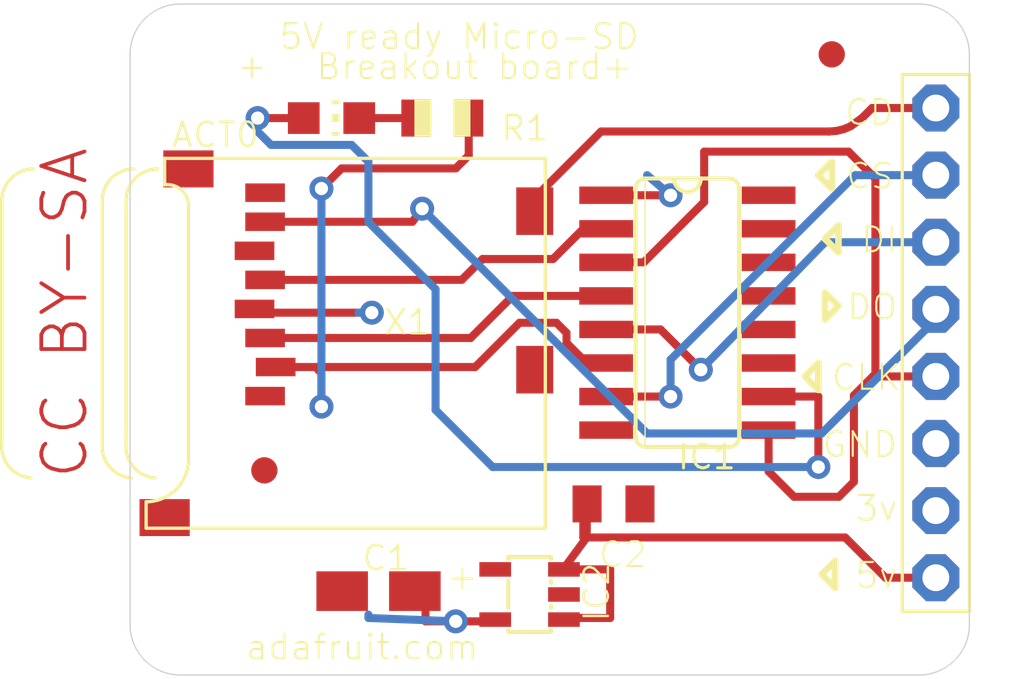
<source format=kicad_pcb>
(kicad_pcb (version 20211014) (generator pcbnew)
  (layers (0 "F.Cu" signal) (1 "In1.Cu" signal) (2 "In2.Cu" signal) (3 "In3.Cu" signal) (4 "In4.Cu" signal) (5 "In5.Cu" signal) (6 "In6.Cu" signal) (7 "In7.Cu" signal) (8 "In8.Cu" signal) (9 "In9.Cu" signal) (10 "In10.Cu" signal) (11 "In11.Cu" signal) (12 "In12.Cu" signal) (13 "In13.Cu" signal) (14 "In14.Cu" signal) (31 "B.Cu" signal) (34 "B.Paste" user) (35 "F.Paste" user) (36 "B.SilkS" user "B.Silkscreen") (37 "F.SilkS" user "F.Silkscreen") (38 "B.Mask" user) (39 "F.Mask" user) (44 "Edge.Cuts" user))
  (net 0 "")
  (net 1 "GND")
  (net 2 "+3V3")
  (net 3 "N$1")
  (net 4 "N$2")
  (net 5 "N$3")
  (net 6 "VCC")
  (net 7 "CD")
  (net 8 "DO")
  (net 9 "DI")
  (net 10 "CLK")
  (net 11 "CS")
  (net 12 "N$4")
  (net 13 "N$5")
  (footprint "boardEagle:A_3216-18R" (layer "F.Cu") (at 142.0241 114.5286)
    (fp_text reference "C1" (at -0.68 -1.254) (layer "F.SilkS") (effects (font (size 0.922528 0.922528) (thickness 0.093472)) (justify left)))
    (fp_text value "10uF/10V")
    (fp_text user "+" (at 2.54 0) (layer "F.SilkS") (effects (font (size 0.93472 0.93472) (thickness 0.08128)) (justify left bottom)))
    (pad "+" smd rect (at 1.375 0) (size 1.95 1.5) (layers "F.Cu" "F.Paste" "F.Mask") (net 2 "+3V3"))
    (pad "-" smd rect (at -1.375 0) (size 1.95 1.5) (layers "F.Cu" "F.Paste" "F.Mask") (net 1 "GND"))
  )
  (footprint "boardEagle:C0805K" (layer "F.Cu") (at 150.9141 111.2266)
    (fp_text reference "C2" (at -0.619 1.919) (layer "F.SilkS") (effects (font (size 0.941222 0.941222) (thickness 0.074778)) (justify left)))
    (fp_text value "0.1uF")
    (pad "1" smd rect (at -1 0) (size 1.1 1.4) (layers "F.Cu" "F.Paste" "F.Mask") (net 6 "VCC"))
    (pad "2" smd rect (at 1 0) (size 1.1 1.4) (layers "F.Cu" "F.Paste" "F.Mask") (net 1 "GND"))
  )
  (footprint "" (layer "F.Cu") (at 135.1661 94.8436)
    (fp_text reference "@HOLE0" hide)
    (fp_text value "" (at 0 0) (layer "F.SilkS") (effects (font (size 1.27 1.27))))
    (pad "" np_thru_hole circle (at 0 0) (size 2.2 2.2) (drill 2.2) (layers *.Cu *.Mask))
  )
  (footprint "boardEagle:CHIP-LED0805" (layer "F.Cu") (at 140.2461 96.6216 -90)
    (fp_text reference "ACT0" (at 0.635 6.096) (layer "F.SilkS") (effects (font (size 0.922528 0.922528) (thickness 0.093472)) (justify left)))
    (fp_text value "RED")
    (fp_text user "+" (at -1.27 2.54 -90) (layer "F.SilkS") (effects (font (size 0.93472 0.93472) (thickness 0.08128)) (justify left bottom)))
    (fp_poly (pts (xy 0.525 0) (xy 0.675 0) (xy 0.675 -0.3) (xy 0.525 -0.3)) (layer "F.SilkS") (width 0) (fill solid))
    (fp_poly (pts (xy -0.675 0) (xy -0.525 0) (xy -0.525 -0.3) (xy -0.675 -0.3)) (layer "F.SilkS") (width 0) (fill solid))
    (fp_poly (pts (xy -0.15 0) (xy 0.15 0) (xy 0.15 -0.3) (xy -0.15 -0.3)) (layer "F.SilkS") (width 0) (fill solid))
    (pad "A" smd rect (at 0 1.05 270) (size 1.2 1.2) (layers "F.Cu" "F.Paste" "F.Mask") (net 3 "N$1"))
    (pad "C" smd rect (at 0 -1.05 270) (size 1.2 1.2) (layers "F.Cu" "F.Paste" "F.Mask") (net 12 "N$4"))
  )
  (footprint "" (layer "F.Cu") (at 135.1661 115.1636)
    (fp_text reference "@HOLE1" hide)
    (fp_text value "" (at 0 0) (layer "F.SilkS") (effects (font (size 1.27 1.27))))
    (pad "" np_thru_hole circle (at 0 0) (size 2.2 2.2) (drill 2.2) (layers *.Cu *.Mask))
  )
  (footprint "boardEagle:SOT23-5L" (layer "F.Cu") (at 147.7391 114.6556 90)
    (fp_text reference "IC2" (at 1.27 2.54 90) (layer "F.SilkS") (effects (font (size 0.922528 0.922528) (thickness 0.093472)) (justify right)))
    (fp_text value "LP298XS")
    (fp_line (start -1.422 -0.81) (end -1.328 -0.81) (layer "F.SilkS") (width 0.1524))
    (fp_line (start -0.522 -0.81) (end 0.522 -0.81) (layer "F.SilkS") (width 0.1524))
    (fp_line (start -1.422 0.81) (end -1.422 -0.81) (layer "F.SilkS") (width 0.1524))
    (fp_line (start 0.522 0.81) (end 0.428 0.81) (layer "F.SilkS") (width 0.1524))
    (fp_line (start 1.422 -0.81) (end 1.422 0.81) (layer "F.SilkS") (width 0.1524))
    (fp_line (start 1.422 0.81) (end 1.328 0.81) (layer "F.SilkS") (width 0.1524))
    (fp_line (start -0.428 0.81) (end -0.522 0.81) (layer "F.SilkS") (width 0.1524))
    (fp_line (start 1.328 -0.81) (end 1.422 -0.81) (layer "F.SilkS") (width 0.1524))
    (fp_line (start -1.328 0.81) (end -1.422 0.81) (layer "F.SilkS") (width 0.1524))
    (pad "1" smd rect (at -0.95 1.3 90) (size 0.55 1.2) (layers "F.Cu" "F.Paste" "F.Mask") (net 6 "VCC"))
    (pad "2" smd rect (at 0 1.3 90) (size 0.55 1.2) (layers "F.Cu" "F.Paste" "F.Mask") (net 1 "GND"))
    (pad "3" smd rect (at 0.95 1.3 90) (size 0.55 1.2) (layers "F.Cu" "F.Paste" "F.Mask") (net 6 "VCC"))
    (pad "4" smd rect (at 0.95 -1.3 90) (size 0.55 1.2) (layers "F.Cu" "F.Paste" "F.Mask"))
    (pad "5" smd rect (at -0.95 -1.3 90) (size 0.55 1.2) (layers "F.Cu" "F.Paste" "F.Mask") (net 2 "+3V3"))
  )
  (footprint "" (layer "F.Cu") (at 155.4861 94.8436)
    (fp_text reference "@HOLE2" hide)
    (fp_text value "" (at 0 0) (layer "F.SilkS") (effects (font (size 1.27 1.27))))
    (pad "" np_thru_hole circle (at 0 0) (size 2.2 2.2) (drill 2.2) (layers *.Cu *.Mask))
  )
  (footprint "boardEagle:MICROSD" (layer "F.Cu") (at 148.3741 98.1456 -90)
    (fp_text reference "X1" (at 6.199 6.206) (layer "F.SilkS") (effects (font (size 0.922528 0.922528) (thickness 0.093472)) (justify left)))
    (fp_text value "MICROSD" hide)
    (fp_line (start 14 15.14) (end 14 0.04) (layer "F.SilkS") (width 0.127))
    (fp_line (start 1.6 15.9) (end 10.8 15.9) (layer "F.SilkS") (width 0.127))
    (fp_line (start 0 0.04) (end 0 14.44) (layer "F.SilkS") (width 0.127))
    (fp_line (start 1.6 16.8) (end 10.8 16.8) (layer "F.SilkS") (width 0.127))
    (fp_line (start 1.6 20.6) (end 10.8 20.6) (layer "F.SilkS") (width 0.127))
    (fp_line (start 13 15.14) (end 14 15.14) (layer "F.SilkS") (width 0.127))
    (fp_line (start 0 14.44) (end 1 14.44) (layer "F.SilkS") (width 0.127))
    (fp_line (start 1.7 13.54) (end 11.4 13.54) (layer "F.SilkS") (width 0.127))
    (fp_line (start 14 0.04) (end 0 0.04) (layer "F.SilkS") (width 0.127))
    (fp_arc (start 1.6 20.6) (mid 0.751472 20.248528) (end 0.4 19.4) (layer "F.SilkS") (width 0.127))
    (fp_arc (start 1 14.44) (mid 1.163604 13.845025) (end 1.7 13.54) (layer "F.SilkS") (width 0.127))
    (fp_arc (start 12.1 15.7) (mid 11.677817 16.519239) (end 10.8 16.8) (layer "F.SilkS") (width 0.127))
    (fp_arc (start 12.1 14.8) (mid 11.677817 15.619239) (end 10.8 15.9) (layer "F.SilkS") (width 0.127))
    (fp_arc (start 11.4 13.54) (mid 12.531371 14.008629) (end 13 15.14) (layer "F.SilkS") (width 0.127))
    (fp_arc (start 1.6 15.9) (mid 0.751472 15.548528) (end 0.4 14.7) (layer "F.SilkS") (width 0.127))
    (fp_arc (start 1.6 16.8) (mid 0.751472 16.448528) (end 0.4 15.6) (layer "F.SilkS") (width 0.127))
    (fp_arc (start 12.1 19.5) (mid 11.677817 20.319239) (end 10.8 20.6) (layer "F.SilkS") (width 0.127))
    (pad "1" smd rect (at 9 10.64 270) (size 0.7 1.5) (layers "F.Cu" "F.Paste" "F.Mask"))
    (pad "2" smd rect (at 7.9 10.24 270) (size 0.7 1.5) (layers "F.Cu" "F.Paste" "F.Mask") (net 5 "N$3"))
    (pad "3" smd rect (at 6.8 10.64 270) (size 0.7 1.5) (layers "F.Cu" "F.Paste" "F.Mask") (net 13 "N$5"))
    (pad "4" smd rect (at 5.7 11.04 270) (size 0.7 1.5) (layers "F.Cu" "F.Paste" "F.Mask") (net 2 "+3V3"))
    (pad "5" smd rect (at 4.6 10.64 270) (size 0.7 1.5) (layers "F.Cu" "F.Paste" "F.Mask") (net 4 "N$2"))
    (pad "6" smd rect (at 3.5 11.04 270) (size 0.7 1.5) (layers "F.Cu" "F.Paste" "F.Mask") (net 1 "GND"))
    (pad "7" smd rect (at 2.4 10.64 270) (size 0.7 1.5) (layers "F.Cu" "F.Paste" "F.Mask") (net 8 "DO"))
    (pad "8" smd rect (at 1.3 10.64 270) (size 0.7 1.5) (layers "F.Cu" "F.Paste" "F.Mask"))
    (pad "CD1" smd rect (at 2 0.44) (size 1.4 1.8) (layers "F.Cu" "F.Paste" "F.Mask") (net 7 "CD"))
    (pad "CD2" smd rect (at 8 0.44) (size 1.4 1.8) (layers "F.Cu" "F.Paste" "F.Mask"))
    (pad "MT1" smd rect (at 0.4 13.54 270) (size 1.4 1.9) (layers "F.Cu" "F.Paste" "F.Mask") (net 1 "GND"))
    (pad "MT2" smd rect (at 13.6 14.44 270) (size 1.4 1.9) (layers "F.Cu" "F.Paste" "F.Mask") (net 1 "GND"))
  )
  (footprint "boardEagle:1X08-BIG" (layer "F.Cu") (at 163.1061 105.1306 90)
    (fp_text reference "JP1" hide)
    (fp_text value "")
    (fp_line (start 10.16 1.27) (end -10.16 1.27) (layer "F.SilkS") (width 0.127))
    (fp_line (start -10.16 -1.27) (end 10.16 -1.27) (layer "F.SilkS") (width 0.127))
    (fp_line (start 10.16 -1.27) (end 10.16 1.27) (layer "F.SilkS") (width 0.127))
    (fp_line (start -10.16 1.27) (end -10.16 -1.27) (layer "F.SilkS") (width 0.127))
    (pad "1" thru_hole roundrect (at -8.89 0 180) (size 1.778 1.778) (drill 1.016) (layers *.Cu *.Mask) (chamfer_ratio 0.2928932188) (chamfer top_left top_right bottom_left bottom_right) (net 6 "VCC"))
    (pad "2" thru_hole roundrect (at -6.35 0 180) (size 1.778 1.778) (drill 1.016) (layers *.Cu *.Mask) (chamfer_ratio 0.2928932188) (chamfer top_left top_right bottom_left bottom_right) (net 2 "+3V3"))
    (pad "3" thru_hole roundrect (at -3.81 0 180) (size 1.778 1.778) (drill 1.016) (layers *.Cu *.Mask) (chamfer_ratio 0.2928932188) (chamfer top_left top_right bottom_left bottom_right) (net 1 "GND"))
    (pad "4" thru_hole roundrect (at -1.27 0 180) (size 1.778 1.778) (drill 1.016) (layers *.Cu *.Mask) (chamfer_ratio 0.2928932188) (chamfer top_left top_right bottom_left bottom_right) (net 10 "CLK"))
    (pad "5" thru_hole roundrect (at 1.27 0 180) (size 1.778 1.778) (drill 1.016) (layers *.Cu *.Mask) (chamfer_ratio 0.2928932188) (chamfer top_left top_right bottom_left bottom_right) (net 8 "DO"))
    (pad "6" thru_hole roundrect (at 3.81 0 180) (size 1.778 1.778) (drill 1.016) (layers *.Cu *.Mask) (chamfer_ratio 0.2928932188) (chamfer top_left top_right bottom_left bottom_right) (net 9 "DI"))
    (pad "7" thru_hole roundrect (at 6.35 0 180) (size 1.778 1.778) (drill 1.016) (layers *.Cu *.Mask) (chamfer_ratio 0.2928932188) (chamfer top_left top_right bottom_left bottom_right) (net 11 "CS"))
    (pad "8" thru_hole roundrect (at 8.89 0 180) (size 1.778 1.778) (drill 1.016) (layers *.Cu *.Mask) (chamfer_ratio 0.2928932188) (chamfer top_left top_right bottom_left bottom_right) (net 7 "CD"))
  )
  (footprint "boardEagle:R0805" (layer "F.Cu") (at 144.4371 96.6216 180)
    (fp_text reference "R1" (at -2.159 -0.381) (layer "F.SilkS") (effects (font (size 0.922528 0.922528) (thickness 0.093472)) (justify left)))
    (fp_text value "1K")
    (fp_poly (pts (xy 0.4064 0.6985) (xy 1.0564 0.6985) (xy 1.0564 -0.7015) (xy 0.4064 -0.7015)) (layer "F.SilkS") (width 0) (fill solid))
    (fp_poly (pts (xy -1.0668 0.6985) (xy -0.4168 0.6985) (xy -0.4168 -0.7015) (xy -1.0668 -0.7015)) (layer "F.SilkS") (width 0) (fill solid))
    (pad "1" smd rect (at -1 0 180) (size 1.1 1.4) (layers "F.Cu" "F.Paste" "F.Mask") (net 5 "N$3"))
    (pad "2" smd rect (at 1 0 180) (size 1.1 1.4) (layers "F.Cu" "F.Paste" "F.Mask") (net 12 "N$4"))
  )
  (footprint "boardEagle:FIDUCIAL_1MM" (layer "F.Cu") (at 159.1691 94.2086)
    (fp_text reference "U$2" hide)
    (fp_text value "FIDUCIAL" hide)
    (pad "1" smd roundrect (at 0 0) (size 1 1) (layers "F.Cu") (roundrect_rratio 0.5))
  )
  (footprint "boardEagle:SO16" (layer "F.Cu") (at 153.7081 103.9876 -90)
    (fp_text reference "IC1" (at 5.461 -1.905) (layer "F.SilkS") (effects (font (size 0.9017 0.9017) (thickness 0.1143)) (justify right)))
    (fp_text value "4050D")
    (fp_line (start -5.08 0.508) (end -5.08 1.5748) (layer "F.SilkS") (width 0.1524))
    (fp_line (start 5.08 1.5748) (end 5.08 -1.5748) (layer "F.SilkS") (width 0.1524))
    (fp_line (start -4.699 1.9558) (end 4.699 1.9558) (layer "F.SilkS") (width 0.1524))
    (fp_line (start -5.08 1.6002) (end 5.08 1.6002) (layer "F.SilkS") (width 0.0508))
    (fp_line (start -5.08 -0.508) (end -5.08 0.508) (layer "F.SilkS") (width 0.1524))
    (fp_line (start -5.08 -1.5748) (end -5.08 -0.508) (layer "F.SilkS") (width 0.1524))
    (fp_line (start 4.699 -1.9558) (end -4.699 -1.9558) (layer "F.SilkS") (width 0.1524))
    (fp_arc (start -5.08 -0.508) (mid -4.572 0) (end -5.08 0.508) (layer "F.SilkS") (width 0.1524))
    (fp_arc (start 5.08 1.5748) (mid 4.968408 1.844208) (end 4.699 1.9558) (layer "F.SilkS") (width 0.1524))
    (fp_arc (start 4.699 -1.9558) (mid 4.968408 -1.844208) (end 5.08 -1.5748) (layer "F.SilkS") (width 0.1524))
    (fp_arc (start -4.699 1.9558) (mid -4.968408 1.844208) (end -5.08 1.5748) (layer "F.SilkS") (width 0.1524))
    (fp_arc (start -5.08 -1.5748) (mid -4.968408 -1.844208) (end -4.699 -1.9558) (layer "F.SilkS") (width 0.1524))
    (pad "1" smd rect (at -4.445 3.0734 270) (size 0.6604 2.032) (layers "F.Cu" "F.Paste" "F.Mask") (net 2 "+3V3"))
    (pad "2" smd rect (at -3.175 3.0734 270) (size 0.6604 2.032) (layers "F.Cu" "F.Paste" "F.Mask") (net 4 "N$2"))
    (pad "3" smd rect (at -1.905 3.0734 270) (size 0.6604 2.032) (layers "F.Cu" "F.Paste" "F.Mask") (net 10 "CLK"))
    (pad "4" smd rect (at -0.635 3.0734 270) (size 0.6604 2.032) (layers "F.Cu" "F.Paste" "F.Mask") (net 13 "N$5"))
    (pad "5" smd rect (at 0.635 3.0734 270) (size 0.6604 2.032) (layers "F.Cu" "F.Paste" "F.Mask") (net 9 "DI"))
    (pad "6" smd rect (at 1.905 3.0734 270) (size 0.6604 2.032) (layers "F.Cu" "F.Paste" "F.Mask") (net 5 "N$3"))
    (pad "7" smd rect (at 3.175 3.0734 270) (size 0.6604 2.032) (layers "F.Cu" "F.Paste" "F.Mask") (net 11 "CS"))
    (pad "8" smd rect (at 4.445 3.0734 270) (size 0.6604 2.032) (layers "F.Cu" "F.Paste" "F.Mask") (net 1 "GND"))
    (pad "9" smd rect (at 4.445 -3.0734 270) (size 0.6604 2.032) (layers "F.Cu" "F.Paste" "F.Mask") (net 10 "CLK"))
    (pad "10" smd rect (at 3.175 -3.0734 270) (size 0.6604 2.032) (layers "F.Cu" "F.Paste" "F.Mask") (net 3 "N$1"))
    (pad "11" smd rect (at 1.905 -3.0734 270) (size 0.6604 2.032) (layers "F.Cu" "F.Paste" "F.Mask") (net 1 "GND"))
    (pad "12" smd rect (at 0.635 -3.0734 270) (size 0.6604 2.032) (layers "F.Cu" "F.Paste" "F.Mask"))
    (pad "13" smd rect (at -0.635 -3.0734 270) (size 0.6604 2.032) (layers "F.Cu" "F.Paste" "F.Mask"))
    (pad "14" smd rect (at -1.905 -3.0734 270) (size 0.6604 2.032) (layers "F.Cu" "F.Paste" "F.Mask") (net 1 "GND"))
    (pad "15" smd rect (at -3.175 -3.0734 270) (size 0.6604 2.032) (layers "F.Cu" "F.Paste" "F.Mask"))
    (pad "16" smd rect (at -4.445 -3.0734 270) (size 0.6604 2.032) (layers "F.Cu" "F.Paste" "F.Mask"))
  )
  (footprint "" (layer "F.Cu") (at 155.4861 115.1636)
    (fp_text reference "@HOLE3" hide)
    (fp_text value "" (at 0 0) (layer "F.SilkS") (effects (font (size 1.27 1.27))))
    (pad "" np_thru_hole circle (at 0 0) (size 2.2 2.2) (drill 2.2) (layers *.Cu *.Mask))
  )
  (footprint "boardEagle:FIDUCIAL_1MM" (layer "F.Cu") (at 137.7061 109.9566)
    (fp_text reference "U$1" hide)
    (fp_text value "FIDUCIAL" hide)
    (pad "1" smd roundrect (at 0 0) (size 1 1) (layers "F.Cu") (roundrect_rratio 0.5))
  )
  (gr_line (start 158.6611 106.9086) (end 158.1531 106.4006) (layer "F.SilkS") (width 0.254))
  (gr_line (start 158.1531 106.4006) (end 158.6611 105.8926) (layer "F.SilkS") (width 0.254))
  (gr_line (start 159.1691 99.2886) (end 158.6611 98.7806) (layer "F.SilkS") (width 0.254))
  (gr_line (start 158.7881 113.8936) (end 159.2961 113.3856) (layer "F.SilkS") (width 0.254))
  (gr_line (start 159.4231 103.7336) (end 158.9151 104.2416) (layer "F.SilkS") (width 0.254))
  (gr_line (start 158.6611 98.7806) (end 159.1691 98.2726) (layer "F.SilkS") (width 0.254))
  (gr_line (start 159.4231 100.6856) (end 159.4231 101.7016) (layer "F.SilkS") (width 0.254))
  (gr_line (start 158.9151 104.2416) (end 158.9151 103.2256) (layer "F.SilkS") (width 0.254))
  (gr_line (start 158.6611 105.8926) (end 158.6611 106.9086) (layer "F.SilkS") (width 0.254))
  (gr_line (start 158.9151 101.1936) (end 159.4231 100.6856) (layer "F.SilkS") (width 0.254))
  (gr_line (start 159.4231 101.7016) (end 158.9151 101.1936) (layer "F.SilkS") (width 0.254))
  (gr_line (start 159.2961 113.3856) (end 159.2961 114.4016) (layer "F.SilkS") (width 0.254))
  (gr_line (start 158.9151 103.2256) (end 159.4231 103.7336) (layer "F.SilkS") (width 0.254))
  (gr_line (start 159.2961 114.4016) (end 158.7881 113.8936) (layer "F.SilkS") (width 0.254))
  (gr_line (start 159.1691 98.2726) (end 159.1691 99.2886) (layer "F.SilkS") (width 0.254))
  (gr_line (start 134.5311 92.3036) (end 162.4711 92.3036) (layer "Edge.Cuts") (width 0.05))
  (gr_line (start 162.4711 117.7036) (end 134.5311 117.7036) (layer "Edge.Cuts") (width 0.05))
  (gr_arc (start 132.6261 94.2086) (mid 133.184062 92.861562) (end 134.5311 92.3036) (layer "Edge.Cuts") (width 0.05))
  (gr_arc (start 162.4711 92.3036) (mid 163.818138 92.861562) (end 164.3761 94.2086) (layer "Edge.Cuts") (width 0.05))
  (gr_arc (start 164.3761 115.7986) (mid 163.818138 117.145638) (end 162.4711 117.7036) (layer "Edge.Cuts") (width 0.05))
  (gr_arc (start 134.5311 117.7036) (mid 133.184062 117.145638) (end 132.6261 115.7986) (layer "Edge.Cuts") (width 0.05))
  (gr_line (start 164.3761 94.2086) (end 164.3761 115.7986) (layer "Edge.Cuts") (width 0.05))
  (gr_line (start 132.6261 115.7986) (end 132.6261 94.2086) (layer "Edge.Cuts") (width 0.05))
  (gr_text "CC BY-SA" (at 129.1971 97.6376 90) (layer "F.Cu") (effects (font (size 1.63576 1.63576) (thickness 0.14224)) (justify right top)))
  (gr_text "DO" (at 161.7091 103.2256) (layer "F.SilkS") (effects (font (size 0.93472 0.93472) (thickness 0.08128)) (justify right top)))
  (gr_text "DI" (at 161.7091 100.6856) (layer "F.SilkS") (effects (font (size 0.93472 0.93472) (thickness 0.08128)) (justify right top)))
  (gr_text "adafruit.com" (at 136.9441 117.1956) (layer "F.SilkS") (effects (font (size 0.93472 0.93472) (thickness 0.08128)) (justify left bottom)))
  (gr_text "GND" (at 161.7091 108.4326) (layer "F.SilkS") (effects (font (size 0.93472 0.93472) (thickness 0.08128)) (justify right top)))
  (gr_text "CLK" (at 161.8361 105.8926) (layer "F.SilkS") (effects (font (size 0.93472 0.93472) (thickness 0.08128)) (justify right top)))
  (gr_text "CD" (at 161.5821 95.8596) (layer "F.SilkS") (effects (font (size 0.93472 0.93472) (thickness 0.08128)) (justify right top)))
  (gr_text "5v" (at 161.7091 113.3856) (layer "F.SilkS") (effects (font (size 0.93472 0.93472) (thickness 0.08128)) (justify right top)))
  (gr_text "5V ready Micro-SD" (at 138.2141 94.0816) (layer "F.SilkS") (effects (font (size 0.93472 0.93472) (thickness 0.08128)) (justify left bottom)))
  (gr_text "Breakout board+" (at 139.6111 95.2246) (layer "F.SilkS") (effects (font (size 0.93472 0.93472) (thickness 0.08128)) (justify left bottom)))
  (gr_text "3v" (at 161.7091 110.8456) (layer "F.SilkS") (effects (font (size 0.93472 0.93472) (thickness 0.08128)) (justify right top)))
  (gr_text "CS" (at 161.5821 98.2726) (layer "F.SilkS") (effects (font (size 0.93472 0.93472) (thickness 0.08128)) (justify right top)))
  (segment (start 144.9451 115.6716) (end 143.8021 115.6716) (width 0.3048) (layer "F.Cu") (net 2))
  (segment (start 137.3491 103.9876) (end 141.7701 103.9876) (width 0.3048) (layer "F.Cu") (net 2))
  (segment (start 150.6347 99.5426) (end 153.0731 99.5426) (width 0.3048) (layer "F.Cu") (net 2))
  (segment (start 144.9451 115.6716) (end 146.3731 115.6716) (width 0.3048) (layer "F.Cu") (net 2))
  (segment (start 144.9451 115.6716) (end 144.9761 115.6716) (width 0.3048) (layer "F.Cu") (net 2))
  (segment (start 143.8021 114.5286) (end 143.3991 114.5286) (width 0.3048) (layer "F.Cu") (net 2))
  (segment (start 137.3341 103.8456) (end 137.3491 103.9876) (width 0.3048) (layer "F.Cu") (net 2))
  (segment (start 143.8021 115.6716) (end 143.8021 114.5286) (width 0.3048) (layer "F.Cu") (net 2))
  (segment (start 146.3731 115.6716) (end 146.4391 115.6056) (width 0.3048) (layer "F.Cu") (net 2))
  (via (at 144.9451 115.6716) (size 0.9064) (drill 0.5) (layers "F.Cu" "B.Cu") (net 2))
  (via (at 141.7701 103.9876) (size 0.9064) (drill 0.5) (layers "F.Cu" "B.Cu") (net 2))
  (via (at 153.0731 99.5426) (size 0.9064) (drill 0.5) (layers "F.Cu" "B.Cu") (net 2))
  (segment (start 141.6431 115.5446) (end 144.9451 115.6716) (width 0.3048) (layer "B.Cu") (net 2))
  (segment (start 153.0731 99.5426) (end 152.1841 98.7806) (width 0.3048) (layer "B.Cu") (net 2))
  (segment (start 141.6431 115.4176) (end 141.6431 115.5446) (width 0.3048) (layer "B.Cu") (net 2))
  (segment (start 141.7701 103.9876) (end 141.2621 103.9876) (width 0.3048) (layer "B.Cu") (net 2))
  (segment (start 158.6611 107.1626) (end 156.7815 107.1626) (width 0.3048) (layer "F.Cu") (net 3))
  (segment (start 158.6611 109.8296) (end 158.6611 107.1626) (width 0.3048) (layer "F.Cu") (net 3))
  (segment (start 137.4521 96.6216) (end 139.1961 96.6216) (width 0.3048) (layer "F.Cu") (net 3))
  (via (at 137.4521 96.6216) (size 0.9064) (drill 0.5) (layers "F.Cu" "B.Cu") (net 3))
  (via (at 158.6611 109.8296) (size 0.9064) (drill 0.5) (layers "F.Cu" "B.Cu") (net 3))
  (segment (start 137.4521 97.1296) (end 137.4521 96.6216) (width 0.3048) (layer "B.Cu") (net 3))
  (segment (start 144.1831 103.0986) (end 141.6431 100.5586) (width 0.3048) (layer "B.Cu") (net 3))
  (segment (start 144.1831 107.6706) (end 144.1831 103.0986) (width 0.3048) (layer "B.Cu") (net 3))
  (segment (start 141.6431 98.2726) (end 141.0081 97.6376) (width 0.3048) (layer "B.Cu") (net 3))
  (segment (start 137.9601 97.6376) (end 137.4521 97.1296) (width 0.3048) (layer "B.Cu") (net 3))
  (segment (start 141.6431 100.5586) (end 141.6431 98.2726) (width 0.3048) (layer "B.Cu") (net 3))
  (segment (start 146.3421 109.8296) (end 158.6611 109.8296) (width 0.3048) (layer "B.Cu") (net 3))
  (segment (start 144.1831 107.6706) (end 146.3421 109.8296) (width 0.3048) (layer "B.Cu") (net 3))
  (segment (start 141.0081 97.6376) (end 137.9601 97.6376) (width 0.3048) (layer "B.Cu") (net 3))
  (segment (start 148.6281 101.9556) (end 149.7711 100.8126) (width 0.3048) (layer "F.Cu") (net 4))
  (segment (start 150.6347 100.8126) (end 150.7871 100.8126) (width 0.3048) (layer "F.Cu") (net 4))
  (segment (start 145.9611 101.9556) (end 148.6281 101.9556) (width 0.3048) (layer "F.Cu") (net 4))
  (segment (start 137.7341 102.7456) (end 145.1711 102.7456) (width 0.3048) (layer "F.Cu") (net 4))
  (segment (start 149.7711 100.8126) (end 150.6347 100.8126) (width 0.3048) (layer "F.Cu") (net 4))
  (segment (start 145.1711 102.7456) (end 145.9611 101.9556) (width 0.3048) (layer "F.Cu") (net 4))
  (segment (start 147.3581 104.3686) (end 148.7551 104.3686) (width 0.3048) (layer "F.Cu") (net 5))
  (segment (start 139.8651 106.2736) (end 139.8651 107.5436) (width 0.3048) (layer "F.Cu") (net 5))
  (segment (start 149.8981 105.8926) (end 150.7871 105.8926) (width 0.3048) (layer "F.Cu") (net 5))
  (segment (start 149.1361 104.7496) (end 149.1361 105.1306) (width 0.3048) (layer "F.Cu") (net 5))
  (segment (start 145.4371 98.0346) (end 145.4371 96.6216) (width 0.3048) (layer "F.Cu") (net 5))
  (segment (start 140.6271 98.5266) (end 144.9451 98.5266) (width 0.3048) (layer "F.Cu") (net 5))
  (segment (start 139.7381 106.0456) (end 139.7381 106.1466) (width 0.3048) (layer "F.Cu") (net 5))
  (segment (start 150.7871 105.8926) (end 150.6347 105.8926) (width 0.3048) (layer "F.Cu") (net 5))
  (segment (start 139.7381 106.0456) (end 145.6811 106.0456) (width 0.3048) (layer "F.Cu") (net 5))
  (segment (start 139.8651 99.2886) (end 140.6271 98.5266) (width 0.3048) (layer "F.Cu") (net 5))
  (segment (start 139.7381 106.1466) (end 139.8651 106.2736) (width 0.3048) (layer "F.Cu") (net 5))
  (segment (start 150.7871 105.8926) (end 150.9141 105.7656) (width 0.3048) (layer "F.Cu") (net 5))
  (segment (start 148.7551 104.3686) (end 149.1361 104.7496) (width 0.3048) (layer "F.Cu") (net 5))
  (segment (start 144.9451 98.5266) (end 145.4371 98.0346) (width 0.3048) (layer "F.Cu") (net 5))
  (segment (start 138.1341 106.0456) (end 139.7381 106.0456) (width 0.3048) (layer "F.Cu") (net 5))
  (segment (start 145.6811 106.0456) (end 147.3581 104.3686) (width 0.3048) (layer "F.Cu") (net 5))
  (segment (start 149.1361 105.1306) (end 149.8981 105.8926) (width 0.3048) (layer "F.Cu") (net 5))
  (via (at 139.8651 107.5436) (size 0.9064) (drill 0.5) (layers "F.Cu" "B.Cu") (net 5))
  (via (at 139.8651 99.2886) (size 0.9064) (drill 0.5) (layers "F.Cu" "B.Cu") (net 5))
  (segment (start 139.8651 107.5436) (end 139.8651 99.2886) (width 0.3048) (layer "B.Cu") (net 5))
  (segment (start 161.2011 114.0206) (end 163.1061 114.0206) (width 0.3048) (layer "F.Cu") (net 6))
  (segment (start 149.8981 112.4966) (end 159.6771 112.4966) (width 0.3048) (layer "F.Cu") (net 6))
  (segment (start 150.7871 115.5446) (end 150.7871 113.7056) (width 0.3048) (layer "F.Cu") (net 6))
  (segment (start 149.8981 111.2266) (end 149.7711 111.3536) (width 0.3048) (layer "F.Cu") (net 6))
  (segment (start 149.8981 112.4966) (end 149.7711 112.4966) (width 0.3048) (layer "F.Cu") (net 6))
  (segment (start 149.8981 112.4966) (end 149.9141 111.2266) (width 0.3048) (layer "F.Cu") (net 6))
  (segment (start 149.9141 111.2266) (end 149.8981 111.2266) (width 0.3048) (layer "F.Cu") (net 6))
  (segment (start 149.0391 113.7056) (end 149.0091 113.7056) (width 0.3048) (layer "F.Cu") (net 6))
  (segment (start 149.7711 112.4966) (end 149.7711 111.3536) (width 0.3048) (layer "F.Cu") (net 6))
  (segment (start 150.7871 113.7056) (end 149.0391 113.7056) (width 0.3048) (layer "F.Cu") (net 6))
  (segment (start 149.1361 115.6056) (end 149.1361 115.5446) (width 0.3048) (layer "F.Cu") (net 6))
  (segment (start 149.1361 115.5446) (end 150.7871 115.5446) (width 0.3048) (layer "F.Cu") (net 6))
  (segment (start 149.0091 113.7056) (end 149.8981 112.4966) (width 0.3048) (layer "F.Cu") (net 6))
  (segment (start 159.6771 112.4966) (end 161.2011 114.0206) (width 0.3048) (layer "F.Cu") (net 6))
  (segment (start 149.0391 115.6056) (end 149.1361 115.6056) (width 0.3048) (layer "F.Cu") (net 6))
  (segment (start 163.1061 96.2406) (end 163.4871 96.2406) (width 0.3048) (layer "F.Cu") (net 7))
  (segment (start 159.87484 96.935801) (end 160.3249 96.6088) (width 0.3048) (layer "F.Cu") (net 7))
  (segment (start 147.8661 100.4316) (end 147.8661 99.7056) (width 0.3048) (layer "F.Cu") (net 7))
  (segment (start 150.4421 97.1296) (end 159.0676 97.1296) (width 0.3048) (layer "F.Cu") (net 7))
  (segment (start 160.3249 96.6088) (end 160.6931 96.2406) (width 0.3048) (layer "F.Cu") (net 7))
  (segment (start 147.8661 99.7056) (end 150.4421 97.1296) (width 0.3048) (layer "F.Cu") (net 7))
  (segment (start 159.617064 97.042577) (end 159.87484 96.935801) (width 0.3048) (layer "F.Cu") (net 7))
  (segment (start 159.0676 97.1296) (end 159.067601 97.1296) (width 0.3048) (layer "F.Cu") (net 7))
  (segment (start 159.345757 97.107712) (end 159.617064 97.042577) (width 0.3048) (layer "F.Cu") (net 7))
  (segment (start 147.9341 100.1456) (end 147.8661 100.4316) (width 0.3048) (layer "F.Cu") (net 7))
  (segment (start 160.6931 96.2406) (end 163.1061 96.2406) (width 0.3048) (layer "F.Cu") (net 7))
  (segment (start 159.067601 97.1296) (end 159.345757 97.107712) (width 0.3048) (layer "F.Cu") (net 7))
  (segment (start 143.3071 100.5456) (end 143.6751 100.0506) (width 0.3048) (layer "F.Cu") (net 8))
  (segment (start 137.7341 100.5456) (end 143.3071 100.5456) (width 0.3048) (layer "F.Cu") (net 8))
  (via (at 143.6751 100.0506) (size 0.9064) (drill 0.5) (layers "F.Cu" "B.Cu") (net 8))
  (segment (start 158.7881 108.5596) (end 163.3601 103.9876) (width 0.3048) (layer "B.Cu") (net 8))
  (segment (start 143.6751 100.0506) (end 152.1841 108.5596) (width 0.3048) (layer "B.Cu") (net 8))
  (segment (start 163.3601 103.9876) (end 163.3601 103.8606) (width 0.3048) (layer "B.Cu") (net 8))
  (segment (start 163.3601 103.8606) (end 163.1061 103.8606) (width 0.3048) (layer "B.Cu") (net 8))
  (segment (start 152.1841 108.5596) (end 158.7881 108.5596) (width 0.3048) (layer "B.Cu") (net 8))
  (segment (start 152.6921 104.6226) (end 154.2161 106.1466) (width 0.3048) (layer "F.Cu") (net 9))
  (segment (start 150.6347 104.5413) (end 150.6296 104.5362) (width 0.3048) (layer "F.Cu") (net 9))
  (segment (start 150.716 104.6226) (end 152.6921 104.6226) (width 0.3048) (layer "F.Cu") (net 9))
  (segment (start 150.6347 104.5413) (end 150.716 104.6226) (width 0.3048) (layer "F.Cu") (net 9))
  (segment (start 150.6347 104.6226) (end 150.6347 104.5413) (width 0.3048) (layer "F.Cu") (net 9))
  (via (at 154.2161 106.1466) (size 0.9064) (drill 0.5) (layers "F.Cu" "B.Cu") (net 9))
  (segment (start 154.2161 106.1466) (end 158.9151 101.3206) (width 0.3048) (layer "B.Cu") (net 9))
  (segment (start 158.9151 101.3206) (end 163.1061 101.3206) (width 0.3048) (layer "B.Cu") (net 9))
  (segment (start 159.4383 110.9574) (end 160.0073 110.3884) (width 0.3048) (layer "F.Cu") (net 10))
  (segment (start 156.7815 109.9973) (end 156.7815 108.4326) (width 0.3048) (layer "F.Cu") (net 10))
  (segment (start 160.7388 106.3854) (end 160.754 106.4006) (width 0.3048) (layer "F.Cu") (net 10))
  (segment (start 160.8201 98.9076) (end 159.8041 97.8916) (width 0.3048) (layer "F.Cu") (net 10))
  (segment (start 160.754 106.4006) (end 160.8201 106.4006) (width 0.3048) (layer "F.Cu") (net 10))
  (segment (start 157.7416 110.9574) (end 159.4383 110.9574) (width 0.3048) (layer "F.Cu") (net 10))
  (segment (start 160.0073 110.3884) (end 160.0073 107.1169) (width 0.3048) (layer "F.Cu") (net 10))
  (segment (start 157.7416 110.9574) (end 156.7815 109.9973) (width 0.3048) (layer "F.Cu") (net 10))
  (segment (start 160.0073 107.1169) (end 160.7388 106.3854) (width 0.3048) (layer "F.Cu") (net 10))
  (segment (start 159.8041 97.8916) (end 154.3431 97.8916) (width 0.3048) (layer "F.Cu") (net 10))
  (segment (start 154.3431 99.7966) (end 152.0571 102.0826) (width 0.3048) (layer "F.Cu") (net 10))
  (segment (start 152.0571 102.0826) (end 150.6347 102.0826) (width 0.3048) (layer "F.Cu") (net 10))
  (segment (start 160.8201 106.4006) (end 163.1061 106.4006) (width 0.3048) (layer "F.Cu") (net 10))
  (segment (start 160.8201 106.4006) (end 160.8201 98.9076) (width 0.3048) (layer "F.Cu") (net 10))
  (segment (start 163.1061 106.4006) (end 163.3601 106.4006) (width 0.3048) (layer "F.Cu") (net 10))
  (segment (start 154.3431 97.8916) (end 154.3431 99.7966) (width 0.3048) (layer "F.Cu") (net 10))
  (segment (start 150.6347 107.1626) (end 153.0731 107.1626) (width 0.3048) (layer "F.Cu") (net 11))
  (via (at 153.0731 107.1626) (size 0.9064) (drill 0.5) (layers "F.Cu" "B.Cu") (net 11))
  (segment (start 153.0731 105.7656) (end 160.0581 98.7806) (width 0.3048) (layer "B.Cu") (net 11))
  (segment (start 161.4551 98.7806) (end 163.1061 98.7806) (width 0.3048) (layer "B.Cu") (net 11))
  (segment (start 153.0731 107.1626) (end 153.0731 105.7656) (width 0.3048) (layer "B.Cu") (net 11))
  (segment (start 163.1061 98.7806) (end 163.3601 98.7806) (width 0.3048) (layer "B.Cu") (net 11))
  (segment (start 160.0581 98.7806) (end 161.4551 98.7806) (width 0.3048) (layer "B.Cu") (net 11))
  (segment (start 143.2941 96.6216) (end 143.4211 96.4946) (width 0.3048) (layer "F.Cu") (net 12))
  (segment (start 143.4211 96.4946) (end 143.4371 96.5106) (width 0.3048) (layer "F.Cu") (net 12))
  (segment (start 141.2961 96.6216) (end 143.2941 96.6216) (width 0.3048) (layer "F.Cu") (net 12))
  (segment (start 143.4371 96.5106) (end 143.4371 96.6216) (width 0.3048) (layer "F.Cu") (net 12))
  (segment (start 147.1041 103.3526) (end 150.6347 103.3526) (width 0.3048) (layer "F.Cu") (net 13))
  (segment (start 145.5111 104.9456) (end 147.1041 103.3526) (width 0.3048) (layer "F.Cu") (net 13))
  (segment (start 137.7341 104.9456) (end 145.5111 104.9456) (width 0.3048) (layer "F.Cu") (net 13))
)
</source>
